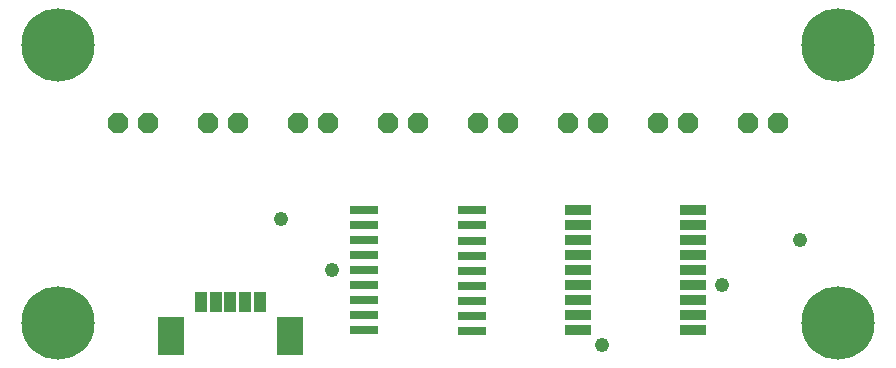
<source format=gts>
G75*
%MOIN*%
%OFA0B0*%
%FSLAX24Y24*%
%IPPOS*%
%LPD*%
%AMOC8*
5,1,8,0,0,1.08239X$1,22.5*
%
%ADD10R,0.0880X0.0340*%
%ADD11OC8,0.0674*%
%ADD12R,0.0946X0.0316*%
%ADD13R,0.0395X0.0710*%
%ADD14R,0.0907X0.1261*%
%ADD15C,0.0480*%
%ADD16C,0.2442*%
D10*
X018750Y001180D03*
X018750Y001680D03*
X018750Y002180D03*
X018750Y002680D03*
X018750Y003180D03*
X018750Y003680D03*
X018750Y004180D03*
X018750Y004680D03*
X018750Y005180D03*
X022610Y005180D03*
X022610Y004680D03*
X022610Y004180D03*
X022610Y003680D03*
X022610Y003180D03*
X022610Y002680D03*
X022610Y002180D03*
X022610Y001680D03*
X022610Y001180D03*
D11*
X022430Y008080D03*
X021430Y008080D03*
X019430Y008080D03*
X018430Y008080D03*
X016430Y008080D03*
X015430Y008080D03*
X013430Y008080D03*
X012430Y008080D03*
X010430Y008080D03*
X009430Y008080D03*
X007430Y008080D03*
X006430Y008080D03*
X004430Y008080D03*
X003430Y008080D03*
X024430Y008080D03*
X025430Y008080D03*
D12*
X015241Y005180D03*
X015241Y004668D03*
X015241Y004156D03*
X015241Y003656D03*
X015241Y003156D03*
X015241Y002656D03*
X015241Y002156D03*
X015241Y001656D03*
X015241Y001156D03*
X011619Y001180D03*
X011619Y001680D03*
X011619Y002180D03*
X011619Y002680D03*
X011619Y003180D03*
X011619Y003680D03*
X011619Y004180D03*
X011619Y004680D03*
X011619Y005180D03*
D13*
X008164Y002113D03*
X007672Y002113D03*
X007180Y002113D03*
X006688Y002113D03*
X006196Y002113D03*
D14*
X005192Y000971D03*
X009168Y000971D03*
D15*
X010580Y003180D03*
X008880Y004880D03*
X019580Y000680D03*
X023580Y002680D03*
X026180Y004180D03*
D16*
X001430Y001430D03*
X001430Y010680D03*
X027430Y010680D03*
X027430Y001430D03*
M02*

</source>
